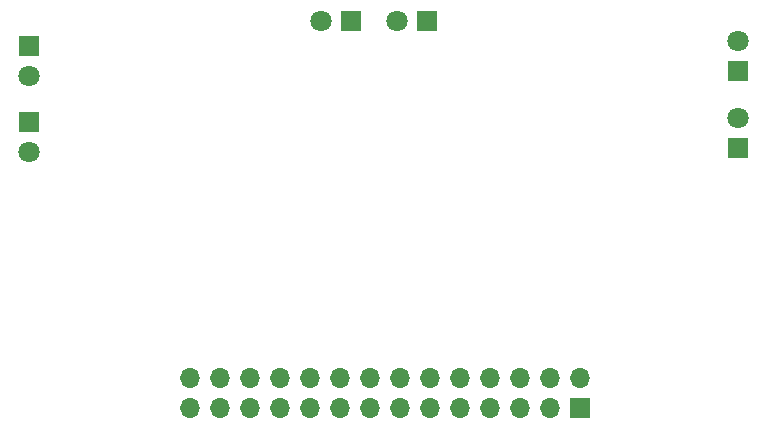
<source format=gbr>
%TF.GenerationSoftware,KiCad,Pcbnew,8.0.0*%
%TF.CreationDate,2024-03-22T14:44:16+02:00*%
%TF.ProjectId,Sensing systemv2,53656e73-696e-4672-9073-797374656d76,rev?*%
%TF.SameCoordinates,Original*%
%TF.FileFunction,Soldermask,Bot*%
%TF.FilePolarity,Negative*%
%FSLAX46Y46*%
G04 Gerber Fmt 4.6, Leading zero omitted, Abs format (unit mm)*
G04 Created by KiCad (PCBNEW 8.0.0) date 2024-03-22 14:44:16*
%MOMM*%
%LPD*%
G01*
G04 APERTURE LIST*
%ADD10R,1.800000X1.800000*%
%ADD11C,1.800000*%
%ADD12R,1.700000X1.700000*%
%ADD13O,1.700000X1.700000*%
G04 APERTURE END LIST*
D10*
%TO.C,D2*%
X80935000Y-71374000D03*
D11*
X78395000Y-71374000D03*
%TD*%
D10*
%TO.C,D5*%
X87440000Y-71378600D03*
D11*
X84900000Y-71378600D03*
%TD*%
D10*
%TO.C,D6*%
X113732000Y-82153600D03*
D11*
X113732000Y-79613600D03*
%TD*%
D10*
%TO.C,D4*%
X53695600Y-73507600D03*
D11*
X53695600Y-76047600D03*
%TD*%
D10*
%TO.C,D1*%
X53722000Y-79972000D03*
D11*
X53722000Y-82512000D03*
%TD*%
D10*
%TO.C,D3*%
X113740000Y-75655000D03*
D11*
X113740000Y-73115000D03*
%TD*%
D12*
%TO.C,J1*%
X100330000Y-104140000D03*
D13*
X100330000Y-101600000D03*
X97790000Y-104140000D03*
X97790000Y-101600000D03*
X95250000Y-104140000D03*
X95250000Y-101600000D03*
X92710000Y-104140000D03*
X92710000Y-101600000D03*
X90170000Y-104140000D03*
X90170000Y-101600000D03*
X87630000Y-104140000D03*
X87630000Y-101600000D03*
X85090000Y-104140000D03*
X85090000Y-101600000D03*
X82550000Y-104140000D03*
X82550000Y-101600000D03*
X80010000Y-104140000D03*
X80010000Y-101600000D03*
X77470000Y-104140000D03*
X77470000Y-101600000D03*
X74930000Y-104140000D03*
X74930000Y-101600000D03*
X72390000Y-104140000D03*
X72390000Y-101600000D03*
X69850000Y-104140000D03*
X69850000Y-101600000D03*
X67310000Y-104140000D03*
X67310000Y-101600000D03*
%TD*%
M02*

</source>
